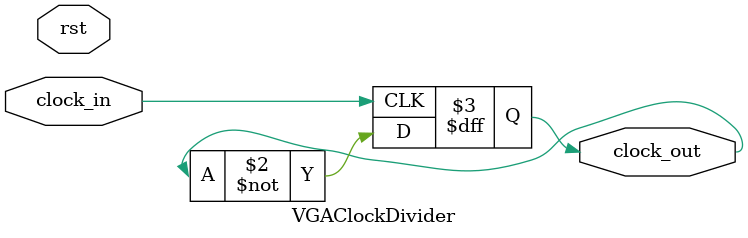
<source format=sv>
module VGAClockDivider(clock_in,clock_out, rst
    );
input clock_in; // input clock on FPGA
input rst;
output reg clock_out; // output clock after dividing the input clock by divisor

reg[31:0] count;

always @(posedge clock_in) begin
	
		clock_out <= ~clock_out;
	
end


endmodule
</source>
